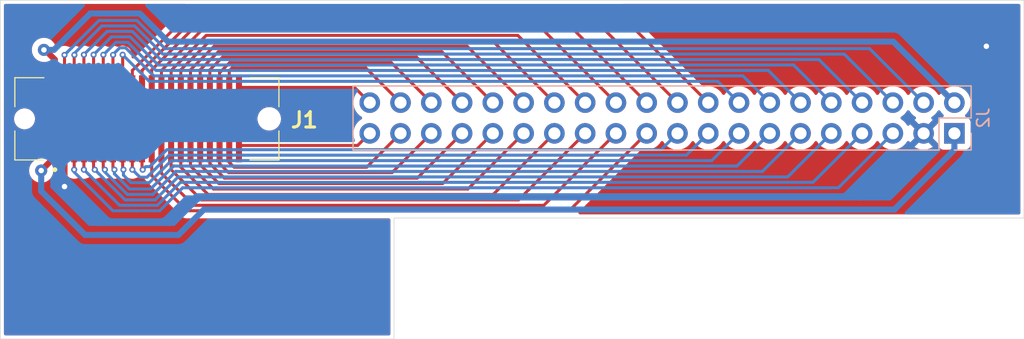
<source format=kicad_pcb>
(kicad_pcb (version 20241229) (generator "pcbnew") (generator_version "9.0")
  (layers (0 "F.Cu" signal) (2 "B.Cu" signal) (13 "F.Paste" user) (15 "B.Paste" user) (5 "F.SilkS" user "F.Silkscreen") (7 "B.SilkS" user "B.Silkscreen") (1 "F.Mask" user) (3 "B.Mask" user) (25 "Edge.Cuts" user))
  (net 0 "")
  (net 1 "Net-(J2-Pin_39)")
  (net 2 "Net-(J2-Pin_34)")
  (net 3 "Net-(J2-Pin_25)")
  (net 4 "Net-(J2-Pin_17)")
  (net 5 "Net-(J2-Pin_35)")
  (net 6 "Net-(J2-Pin_16)")
  (net 7 "Net-(J2-Pin_33)")
  (net 8 "Net-(J2-Pin_23)")
  (net 9 "Net-(J2-Pin_14)")
  (net 10 "Net-(J2-Pin_31)")
  (net 11 "Net-(J2-Pin_21)")
  (net 12 "Net-(J2-Pin_36)")
  (net 13 "Net-(J2-Pin_24)")
  (net 14 "Net-(J2-Pin_18)")
  (net 15 "/SCL")
  (net 16 "Net-(J2-Pin_22)")
  (net 17 "Net-(J2-Pin_27)")
  (net 18 "Net-(J2-Pin_28)")
  (net 19 "Net-(J2-Pin_15)")
  (net 20 "Net-(J2-Pin_29)")
  (net 21 "Net-(J2-Pin_19)")
  (net 22 "/SDA")
  (net 23 "Net-(J2-Pin_37)")
  (net 24 "Net-(J2-Pin_26)")
  (net 25 "Net-(J2-Pin_30)")
  (net 26 "Net-(J2-Pin_38)")
  (net 27 "Net-(J2-Pin_20)")
  (net 28 "Net-(J2-Pin_32)")
  (net 29 "+3V3D")
  (net 30 "GNDD")
  (net 31 "/COPI")
  (net 32 "/INT")
  (net 33 "/EN")
  (net 34 "+5VD")
  (net 35 "/SCK")
  (net 36 "/RQ3")
  (net 37 "/RQ4")
  (net 38 "/RQ2")
  (net 39 "/CIPO")
  (net 40 "/RQ1")
  (footprint "SamacSys_Parts:658801103040" (layer "F.Cu") (at 112.1 86.8)
    (property "Reference" "J1" (at 13 0.1 0) (layer "F.SilkS") (effects (font (size 1.27 1.27) (thickness 0.254))))
    (property "Value" "658801103040" (hide yes))
    (fp_line (start -10.9 -3.4) (end -10.9 -1) (stroke (width 0.1)) (layer "F.SilkS"))
    (fp_line (start -10.9 3.4) (end -10.9 1) (stroke (width 0.1)) (layer "F.SilkS"))
    (fp_line (start -8.5 -3.4) (end -10.9 -3.4) (stroke (width 0.1)) (layer "F.SilkS"))
    (fp_line (start -8.5 3.4) (end -10.9 3.4) (stroke (width 0.1)) (layer "F.SilkS"))
    (fp_line (start -7.7 4.2) (end -7.7 4.2) (stroke (width 0.2)) (layer "F.SilkS"))
    (fp_line (start -7.5 4.2) (end -7.5 4.2) (stroke (width 0.2)) (layer "F.SilkS"))
    (fp_line (start 8.5 -3.4) (end 10.9 -3.4) (stroke (width 0.1)) (layer "F.SilkS"))
    (fp_line (start 8.5 3.4) (end 10.9 3.4) (stroke (width 0.1)) (layer "F.SilkS"))
    (fp_line (start 10.9 -3.4) (end 10.9 -1) (stroke (width 0.1)) (layer "F.SilkS"))
    (fp_line (start 10.9 3.4) (end 10.9 1) (stroke (width 0.1)) (layer "F.SilkS"))
    (fp_arc (start -7.7 4.2) (mid -7.6 4.1) (end -7.5 4.2) (stroke (width 0.2)) (layer "F.SilkS"))
    (fp_arc (start -7.5 4.2) (mid -7.6 4.3) (end -7.7 4.2) (stroke (width 0.2)) (layer "F.SilkS"))
    (pad "" np_thru_hole circle (at -10.1 0) (size 1.23 1.23) (drill 1.23) (layers "*.Cu" "*.Mask"))
    (pad "" np_thru_hole circle (at 10.1 0) (size 1.4422 1.4422) (drill 1.4422) (layers "*.Cu" "*.Mask"))
    (pad "1" smd rect (at -7.6 2.4) (size 0.5 2.4) (layers "F.Cu" "F.Mask" "F.Paste") (net 34 "+5VD"))
    (pad "2" smd rect (at -7.6 -2.4) (size 0.5 2.4) (layers "F.Cu" "F.Mask" "F.Paste") (net 29 "+3V3D"))
    (pad "3" smd rect (at -6.8 2.4) (size 0.5 2.4) (layers "F.Cu" "F.Mask" "F.Paste") (net 30 "GNDD"))
    (pad "4" smd rect (at -6.8 -2.4) (size 0.5 2.4) (layers "F.Cu" "F.Mask" "F.Paste") (net 31 "/COPI"))
    (pad "5" smd rect (at -6 2.4) (size 0.5 2.4) (layers "F.Cu" "F.Mask" "F.Paste") (net 39 "/CIPO"))
    (pad "6" smd rect (at -6 -2.4) (size 0.5 2.4) (layers "F.Cu" "F.Mask" "F.Paste") (net 35 "/SCK"))
    (pad "7" smd rect (at -5.2 2.4) (size 0.5 2.4) (layers "F.Cu" "F.Mask" "F.Paste") (net 32 "/INT"))
    (pad "8" smd rect (at -5.2 -2.4) (size 0.5 2.4) (layers "F.Cu" "F.Mask" "F.Paste") (net 22 "/SDA"))
    (pad "9" smd rect (at -4.4 2.4) (size 0.5 2.4) (layers "F.Cu" "F.Mask" "F.Paste") (net 15 "/SCL"))
    (pad "10" smd rect (at -4.4 -2.4) (size 0.5 2.4) (layers "F.Cu" "F.Mask" "F.Paste") (net 40 "/RQ1"))
    (pad "11" smd rect (at -3.6 2.4) (size 0.5 2.4) (layers "F.Cu" "F.Mask" "F.Paste") (net 36 "/RQ3"))
    (pad "12" smd rect (at -3.6 -2.4) (size 0.5 2.4) (layers "F.Cu" "F.Mask" "F.Paste") (net 38 "/RQ2"))
    (pad "13" smd rect (at -2.8 2.4) (size 0.5 2.4) (layers "F.Cu" "F.Mask" "F.Paste") (net 37 "/RQ4"))
    (pad "14" smd rect (at -2.8 -2.4) (size 0.5 2.4) (layers "F.Cu" "F.Mask" "F.Paste") (net 9 "Net-(J2-Pin_14)"))
    (pad "15" smd rect (at -2 2.4) (size 0.5 2.4) (layers "F.Cu" "F.Mask" "F.Paste") (net 19 "Net-(J2-Pin_15)"))
    (pad "16" smd rect (at -2 -2.4) (size 0.5 2.4) (layers "F.Cu" "F.Mask" "F.Paste") (net 6 "Net-(J2-Pin_16)"))
    (pad "17" smd rect (at -1.2 2.4) (size 0.5 2.4) (layers "F.Cu" "F.Mask" "F.Paste") (net 4 "Net-(J2-Pin_17)"))
    (pad "18" smd rect (at -1.2 -2.4) (size 0.5 2.4) (layers "F.Cu" "F.Mask" "F.Paste") (net 14 "Net-(J2-Pin_18)"))
    (pad "19" smd rect (at -0.4 2.4) (size 0.5 2.4) (layers "F.Cu" "F.Mask" "F.Paste") (net 21 "Net-(J2-Pin_19)"))
    (pad "20" smd rect (at -0.4 -2.4) (size 0.5 2.4) (layers "F.Cu" "F.Mask" "F.Paste") (net 27 "Net-(J2-Pin_20)"))
    (pad "21" smd rect (at 0.4 2.4) (size 0.5 2.4) (layers "F.Cu" "F.Mask" "F.Paste") (net 11 "Net-(J2-Pin_21)"))
    (pad "22" smd rect (at 0.4 -2.4) (size 0.5 2.4) (layers "F.Cu" "F.Mask" "F.Paste") (net 16 "Net-(J2-Pin_22)"))
    (pad "23" smd rect (at 1.2 2.4) (size 0.5 2.4) (layers "F.Cu" "F.Mask" "F.Paste") (net 8 "Net-(J2-Pin_23)"))
    (pad "24" smd rect (at 1.2 -2.4) (size 0.5 2.4) (layers "F.Cu" "F.Mask" "F.Paste") (net 13 "Net-(J2-Pin_24)"))
    (pad "25" smd rect (at 2 2.4) (size 0.5 2.4) (layers "F.Cu" "F.Mask" "F.Paste") (net 3 "Net-(J2-Pin_25)"))
    (pad "26" smd rect (at 2 -2.4) (size 0.5 2.4) (layers "F.Cu" "F.Mask" "F.Paste") (net 24 "Net-(J2-Pin_26)"))
    (pad "27" smd rect (at 2.8 2.4) (size 0.5 2.4) (layers "F.Cu" "F.Mask" "F.Paste") (net 17 "Net-(J2-Pin_27)"))
    (pad "28" smd rect (at 2.8 -2.4) (size 0.5 2.4) (layers "F.Cu" "F.Mask" "F.Paste") (net 18 "Net-(J2-Pin_28)"))
    (pad "29" smd rect (at 3.6 2.4) (size 0.5 2.4) (layers "F.Cu" "F.Mask" "F.Paste") (net 20 "Net-(J2-Pin_29)"))
    (pad "30" smd rect (at 3.6 -2.4) (size 0.5 2.4) (layers "F.Cu" "F.Mask" "F.Paste") (net 25 "Net-(J2-Pin_30)"))
    (pad "31" smd rect (at 4.4 2.4) (size 0.5 2.4) (layers "F.Cu" "F.Mask" "F.Paste") (net 10 "Net-(J2-Pin_31)"))
    (pad "32" smd rect (at 4.4 -2.4) (size 0.5 2.4) (layers "F.Cu" "F.Mask" "F.Paste") (net 28 "Net-(J2-Pin_32)"))
    (pad "33" smd rect (at 5.2 2.4) (size 0.5 2.4) (layers "F.Cu" "F.Mask" "F.Paste") (net 7 "Net-(J2-Pin_33)"))
    (pad "34" smd rect (at 5.2 -2.4) (size 0.5 2.4) (layers "F.Cu" "F.Mask" "F.Paste") (net 2 "Net-(J2-Pin_34)"))
    (pad "35" smd rect (at 6 2.4) (size 0.5 2.4) (layers "F.Cu" "F.Mask" "F.Paste") (net 5 "Net-(J2-Pin_35)"))
    (pad "36" smd rect (at 6 -2.4) (size 0.5 2.4) (layers "F.Cu" "F.Mask" "F.Paste") (net 12 "Net-(J2-Pin_36)"))
    (pad "37" smd rect (at 6.8 2.4) (size 0.5 2.4) (layers "F.Cu" "F.Mask" "F.Paste") (net 23 "Net-(J2-Pin_37)"))
    (pad "38" smd rect (at 6.8 -2.4) (size 0.5 2.4) (layers "F.Cu" "F.Mask" "F.Paste") (net 26 "Net-(J2-Pin_38)"))
    (pad "39" smd rect (at 7.6 2.4) (size 0.5 2.4) (layers "F.Cu" "F.Mask" "F.Paste") (net 1 "Net-(J2-Pin_39)"))
    (pad "40" smd rect (at 7.6 -2.4) (size 0.5 2.4) (layers "F.Cu" "F.Mask" "F.Paste") (net 33 "/EN"))
  )
  (footprint "Connector_PinHeader_2.54mm:PinHeader_2x20_P2.54mm_Vertical" (layer "B.Cu") (at 178.76 88 90)
    (property "Reference" "J2" (at 1.27 2.38 90) (layer "B.SilkS") (effects (justify mirror)))
    (property "Value" "Conn_02x20_Odd_Even")
    (fp_line (start -1.38 -49.64) (end 3.92 -49.64) (stroke (width 0.12)) (layer "B.SilkS"))
    (fp_line (start 1.27 -1.27) (end 1.27 1.38) (stroke (width 0.12)) (layer "B.SilkS"))
    (fp_line (start -1.38 -1.27) (end -1.38 -49.64) (stroke (width 0.12)) (layer "B.SilkS"))
    (fp_line (start -1.38 -1.27) (end 1.27 -1.27) (stroke (width 0.12)) (layer "B.SilkS"))
    (fp_line (start -1.38 0) (end -1.38 1.38) (stroke (width 0.12)) (layer "B.SilkS"))
    (fp_line (start 3.92 1.38) (end 3.92 -49.64) (stroke (width 0.12)) (layer "B.SilkS"))
    (fp_line (start 1.27 1.38) (end 3.92 1.38) (stroke (width 0.12)) (layer "B.SilkS"))
    (fp_line (start -1.38 1.38) (end 0 1.38) (stroke (width 0.12)) (layer "B.SilkS"))
    (pad "1" thru_hole rect (at 0 0 90) (size 1.7 1.7) (drill 1) (layers "*.Cu" "*.Mask") (net 34 "+5VD"))
    (pad "2" thru_hole circle (at 2.54 0 90) (size 1.7 1.7) (drill 1) (layers "*.Cu" "*.Mask") (net 29 "+3V3D"))
    (pad "3" thru_hole circle (at 0 -2.54 90) (size 1.7 1.7) (drill 1) (layers "*.Cu" "*.Mask") (net 30 "GNDD"))
    (pad "4" thru_hole circle (at 2.54 -2.54 90) (size 1.7 1.7) (drill 1) (layers "*.Cu" "*.Mask") (net 31 "/COPI"))
    (pad "5" thru_hole circle (at 0 -5.08 90) (size 1.7 1.7) (drill 1) (layers "*.Cu" "*.Mask") (net 39 "/CIPO"))
    (pad "6" thru_hole circle (at 2.54 -5.08 90) (size 1.7 1.7) (drill 1) (layers "*.Cu" "*.Mask") (net 35 "/SCK"))
    (pad "7" thru_hole circle (at 0 -7.62 90) (size 1.7 1.7) (drill 1) (layers "*.Cu" "*.Mask") (net 32 "/INT"))
    (pad "8" thru_hole circle (at 2.54 -7.62 90) (size 1.7 1.7) (drill 1) (layers "*.Cu" "*.Mask") (net 22 "/SDA"))
    (pad "9" thru_hole circle (at 0 -10.16 90) (size 1.7 1.7) (drill 1) (layers "*.Cu" "*.Mask") (net 15 "/SCL"))
    (pad "10" thru_hole circle (at 2.54 -10.16 90) (size 1.7 1.7) (drill 1) (layers "*.Cu" "*.Mask") (net 40 "/RQ1"))
    (pad "11" thru_hole circle (at 0 -12.7 90) (size 1.7 1.7) (drill 1) (layers "*.Cu" "*.Mask") (net 36 "/RQ3"))
    (pad "12" thru_hole circle (at 2.54 -12.7 90) (size 1.7 1.7) (drill 1) (layers "*.Cu" "*.Mask") (net 38 "/RQ2"))
    (pad "13" thru_hole circle (at 0 -15.24 90) (size 1.7 1.7) (drill 1) (layers "*.Cu" "*.Mask") (net 37 "/RQ4"))
    (pad "14" thru_hole circle (at 2.54 -15.24 90) (size 1.7 1.7) (drill 1) (layers "*.Cu" "*.Mask") (net 9 "Net-(J2-Pin_14)"))
    (pad "15" thru_hole circle (at 0 -17.78 90) (size 1.7 1.7) (drill 1) (layers "*.Cu" "*.Mask") (net 19 "Net-(J2-Pin_15)"))
    (pad "16" thru_hole circle (at 2.54 -17.78 90) (size 1.7 1.7) (drill 1) (layers "*.Cu" "*.Mask") (net 6 "Net-(J2-Pin_16)"))
    (pad "17" thru_hole circle (at 0 -20.32 90) (size 1.7 1.7) (drill 1) (layers "*.Cu" "*.Mask") (net 4 "Net-(J2-Pin_17)"))
    (pad "18" thru_hole circle (at 2.54 -20.32 90) (size 1.7 1.7) (drill 1) (layers "*.Cu" "*.Mask") (net 14 "Net-(J2-Pin_18)"))
    (pad "19" thru_hole circle (at 0 -22.86 90) (size 1.7 1.7) (drill 1) (layers "*.Cu" "*.Mask") (net 21 "Net-(J2-Pin_19)"))
    (pad "20" thru_hole circle (at 2.54 -22.86 90) (size 1.7 1.7) (drill 1) (layers "*.Cu" "*.Mask") (net 27 "Net-(J2-Pin_20)"))
    (pad "21" thru_hole circle (at 0 -25.4 90) (size 1.7 1.7) (drill 1) (layers "*.Cu" "*.Mask") (net 11 "Net-(J2-Pin_21)"))
    (pad "22" thru_hole circle (at 2.54 -25.4 90) (size 1.7 1.7) (drill 1) (layers "*.Cu" "*.Mask") (net 16 "Net-(J2-Pin_22)"))
    (pad "23" thru_hole circle (at 0 -27.94 90) (size 1.7 1.7) (drill 1) (layers "*.Cu" "*.Mask") (net 8 "Net-(J2-Pin_23)"))
    (pad "24" thru_hole circle (at 2.54 -27.94 90) (size 1.7 1.7) (drill 1) (layers "*.Cu" "*.Mask") (net 13 "Net-(J2-Pin_24)"))
    (pad "25" thru_hole circle (at 0 -30.48 90) (size 1.7 1.7) (drill 1) (layers "*.Cu" "*.Mask") (net 3 "Net-(J2-Pin_25)"))
    (pad "26" thru_hole circle (at 2.54 -30.48 90) (size 1.7 1.7) (drill 1) (layers "*.Cu" "*.Mask") (net 24 "Net-(J2-Pin_26)"))
    (pad "27" thru_hole circle (at 0 -33.02 90) (size 1.7 1.7) (drill 1) (layers "*.Cu" "*.Mask") (net 17 "Net-(J2-Pin_27)"))
    (pad "28" thru_hole circle (at 2.54 -33.02 90) (size 1.7 1.7) (drill 1) (layers "*.Cu" "*.Mask") (net 18 "Net-(J2-Pin_28)"))
    (pad "29" thru_hole circle (at 0 -35.56 90) (size 1.7 1.7) (drill 1) (layers "*.Cu" "*.Mask") (net 20 "Net-(J2-Pin_29)"))
    (pad "30" thru_hole circle (at 2.54 -35.56 90) (size 1.7 1.7) (drill 1) (layers "*.Cu" "*.Mask") (net 25 "Net-(J2-Pin_30)"))
    (pad "31" thru_hole circle (at 0 -38.1 90) (size 1.7 1.7) (drill 1) (layers "*.Cu" "*.Mask") (net 10 "Net-(J2-Pin_31)"))
    (pad "32" thru_hole circle (at 2.54 -38.1 90) (size 1.7 1.7) (drill 1) (layers "*.Cu" "*.Mask") (net 28 "Net-(J2-Pin_32)"))
    (pad "33" thru_hole circle (at 0 -40.64 90) (size 1.7 1.7) (drill 1) (layers "*.Cu" "*.Mask") (net 7 "Net-(J2-Pin_33)"))
    (pad "34" thru_hole circle (at 2.54 -40.64 90) (size 1.7 1.7) (drill 1) (layers "*.Cu" "*.Mask") (net 2 "Net-(J2-Pin_34)"))
    (pad "35" thru_hole circle (at 0 -43.18 90) (size 1.7 1.7) (drill 1) (layers "*.Cu" "*.Mask") (net 5 "Net-(J2-Pin_35)"))
    (pad "36" thru_hole circle (at 2.54 -43.18 90) (size 1.7 1.7) (drill 1) (layers "*.Cu" "*.Mask") (net 12 "Net-(J2-Pin_36)"))
    (pad "37" thru_hole circle (at 0 -45.72 90) (size 1.7 1.7) (drill 1) (layers "*.Cu" "*.Mask") (net 23 "Net-(J2-Pin_37)"))
    (pad "38" thru_hole circle (at 2.54 -45.72 90) (size 1.7 1.7) (drill 1) (layers "*.Cu" "*.Mask") (net 26 "Net-(J2-Pin_38)"))
    (pad "39" thru_hole circle (at 0 -48.26 90) (size 1.7 1.7) (drill 1) (layers "*.Cu" "*.Mask") (net 1 "Net-(J2-Pin_39)"))
    (pad "40" thru_hole circle (at 2.54 -48.26 90) (size 1.7 1.7) (drill 1) (layers "*.Cu" "*.Mask") (net 33 "/EN"))
  )
  (gr_poly (pts (xy 100 77) (xy 100 105) (xy 132.5 105) (xy 132.5 95) (xy 184.5 95) (xy 184.5 77)) (stroke (width 0.05)) (fill no) (layer "Edge.Cuts"))
  (segment (start 129.5 89) (end 119.7 89) (width 0.25) (layer "F.Cu") (net 1))
  (segment (start 130.5 88) (end 129.5 89) (width 0.25) (layer "F.Cu") (net 1))
  (segment (start 134.36 81.7) (end 118.35 81.7) (width 0.25) (layer "F.Cu") (net 2))
  (segment (start 117.3 82.75) (end 117.3 84.2) (width 0.25) (layer "F.Cu") (net 2))
  (segment (start 118.35 81.7) (end 117.3 82.75) (width 0.25) (layer "F.Cu") (net 2))
  (segment (start 138.12 85.46) (end 134.36 81.7) (width 0.25) (layer "F.Cu") (net 2))
  (segment (start 142.779 93.501) (end 116.601 93.501) (width 0.25) (layer "F.Cu") (net 3))
  (segment (start 148.28 88) (end 142.779 93.501) (width 0.25) (layer "F.Cu") (net 3))
  (segment (start 116.601 93.501) (end 114.1 91) (width 0.25) (layer "F.Cu") (net 3))
  (segment (start 114.1 91) (end 114.1 89) (width 0.25) (layer "F.Cu") (net 3))
  (segment (start 110.9 89) (end 110.9 91) (width 0.25) (layer "F.Cu") (net 4))
  (via (at 110.9 91) (size 0.5) (drill 0.25) (layers "F.Cu" "B.Cu") (net 4))
  (segment (start 111.588172 91.625001) (end 111.525001 91.625001) (width 0.25) (layer "B.Cu") (net 4))
  (segment (start 111.589172 91.624) (end 111.588172 91.625001) (width 0.25) (layer "B.Cu") (net 4))
  (segment (start 113.934396 89.802) (end 113.93298 89.802) (width 0.25) (layer "B.Cu") (net 4))
  (segment (start 111.525001 91.625001) (end 110.9 91) (width 0.25) (layer "B.Cu") (net 4))
  (segment (start 156.639 89.801) (end 113.935396 89.801) (width 0.25) (layer "B.Cu") (net 4))
  (segment (start 113.93298 89.802) (end 112.110978 91.624001) (width 0.25) (layer "B.Cu") (net 4))
  (segment (start 112.110978 91.624001) (end 111.589172 91.624) (width 0.25) (layer "B.Cu") (net 4))
  (segment (start 113.935396 89.801) (end 113.934396 89.802) (width 0.25) (layer "B.Cu") (net 4))
  (segment (start 158.44 88) (end 156.639 89.801) (width 0.25) (layer "B.Cu") (net 4))
  (segment (start 132.329 91.251) (end 118.851 91.251) (width 0.25) (layer "F.Cu") (net 5))
  (segment (start 135.58 88) (end 132.329 91.251) (width 0.25) (layer "F.Cu") (net 5))
  (segment (start 118.851 91.251) (end 118.1 90.5) (width 0.25) (layer "F.Cu") (net 5))
  (segment (start 118.1 90.5) (end 118.1 89) (width 0.25) (layer "F.Cu") (net 5))
  (segment (start 110.1 81.5) (end 110.1 84.2) (width 0.25) (layer "F.Cu") (net 6))
  (via (at 110.1 81.5) (size 0.5) (drill 0.25) (layers "F.Cu" "B.Cu") (net 6))
  (segment (start 159.22 83.7) (end 112.3 83.7) (width 0.25) (layer "B.Cu") (net 6))
  (segment (start 160.98 85.46) (end 159.22 83.7) (width 0.25) (layer "B.Cu") (net 6))
  (segment (start 112.3 83.7) (end 110.1 81.5) (width 0.25) (layer "B.Cu") (net 6))
  (segment (start 118.501 91.701) (end 117.3 90.5) (width 0.25) (layer "F.Cu") (net 7))
  (segment (start 138.12 88) (end 134.419 91.701) (width 0.25) (layer "F.Cu") (net 7))
  (segment (start 134.419 91.701) (end 118.501 91.701) (width 0.25) (layer "F.Cu") (net 7))
  (segment (start 117.3 90.5) (end 117.3 89) (width 0.25) (layer "F.Cu") (net 7))
  (segment (start 115.951 93.951) (end 113.3 91.3) (width 0.25) (layer "F.Cu") (net 8))
  (segment (start 150.82 88) (end 144.869 93.951) (width 0.25) (layer "F.Cu") (net 8))
  (segment (start 113.3 91.3) (end 113.3 89) (width 0.25) (layer "F.Cu") (net 8))
  (segment (start 144.869 93.951) (end 115.951 93.951) (width 0.25) (layer "F.Cu") (net 8))
  (segment (start 109.3 81.526348) (end 109.3 84.2) (width 0.25) (layer "F.Cu") (net 9))
  (segment (start 109.313174 81.513174) (end 109.3 81.526348) (width 0.25) (layer "F.Cu") (net 9))
  (via (at 109.313174 81.513174) (size 0.5) (drill 0.25) (layers "F.Cu" "B.Cu") (net 9))
  (segment (start 112.663588 83.249) (end 161.309 83.249) (width 0.25) (layer "B.Cu") (net 9))
  (segment (start 109.313174 81.472238) (end 109.861412 80.924) (width 0.25) (layer "B.Cu") (net 9))
  (segment (start 161.309 83.249) (end 163.52 85.46) (width 0.25) (layer "B.Cu") (net 9))
  (segment (start 109.861412 80.924) (end 110.338588 80.924) (width 0.25) (layer "B.Cu") (net 9))
  (segment (start 109.313174 81.513174) (end 109.313174 81.472238) (width 0.25) (layer "B.Cu") (net 9))
  (segment (start 110.338588 80.924) (end 112.663588 83.249) (width 0.25) (layer "B.Cu") (net 9))
  (segment (start 118.051 92.151) (end 116.5 90.6) (width 0.25) (layer "F.Cu") (net 10))
  (segment (start 136.509 92.151) (end 118.051 92.151) (width 0.25) (layer "F.Cu") (net 10))
  (segment (start 116.5 90.6) (end 116.5 89) (width 0.25) (layer "F.Cu") (net 10))
  (segment (start 140.66 88) (end 136.509 92.151) (width 0.25) (layer "F.Cu") (net 10))
  (segment (start 115.401 94.401) (end 112.5 91.5) (width 0.25) (layer "F.Cu") (net 11))
  (segment (start 146.959 94.401) (end 115.401 94.401) (width 0.25) (layer "F.Cu") (net 11))
  (segment (start 153.36 88) (end 146.959 94.401) (width 0.25) (layer "F.Cu") (net 11))
  (segment (start 112.5 91.5) (end 112.5 89) (width 0.25) (layer "F.Cu") (net 11))
  (segment (start 118.1 82.987604) (end 118.1 84.2) (width 0.25) (layer "F.Cu") (net 12))
  (segment (start 132.27 82.15) (end 118.937604 82.15) (width 0.25) (layer "F.Cu") (net 12))
  (segment (start 135.58 85.46) (end 132.27 82.15) (width 0.25) (layer "F.Cu") (net 12))
  (segment (start 118.937604 82.15) (end 118.1 82.987604) (width 0.25) (layer "F.Cu") (net 12))
  (segment (start 116.65 79.45) (end 113.3 82.8) (width 0.25) (layer "F.Cu") (net 13))
  (segment (start 113.3 82.8) (end 113.3 84.2) (width 0.25) (layer "F.Cu") (net 13))
  (segment (start 150.82 85.46) (end 144.81 79.45) (width 0.25) (layer "F.Cu") (net 13))
  (segment (start 144.81 79.45) (end 116.65 79.45) (width 0.25) (layer "F.Cu") (net 13))
  (segment (start 115.6 78.1) (end 110.9 82.8) (width 0.25) (layer "F.Cu") (net 14))
  (segment (start 110.9 82.8) (end 110.9 84.2) (width 0.25) (layer "F.Cu") (net 14))
  (segment (start 151.08 78.1) (end 115.6 78.1) (width 0.25) (layer "F.Cu") (net 14))
  (segment (start 158.44 85.46) (end 151.08 78.1) (width 0.25) (layer "F.Cu") (net 14))
  (segment (start 107.7 90.9) (end 107.8 91) (width 0.25) (layer "F.Cu") (net 15))
  (segment (start 107.7 89) (end 107.7 90.9) (width 0.25) (layer "F.Cu") (net 15))
  (via (at 107.8 91) (size 0.5) (drill 0.25) (layers "F.Cu" "B.Cu") (net 15))
  (segment (start 168.6 88) (end 164.999 91.601) (width 0.25) (layer "B.Cu") (net 15))
  (segment (start 110.527622 93.499002) (end 110.299 93.499) (width 0.25) (layer "B.Cu") (net 15))
  (segment (start 114.678564 91.602) (end 112.781564 93.499) (width 0.25) (layer "B.Cu") (net 15))
  (segment (start 110.527635 93.499005) (end 110.52763 93.499) (width 0.25) (layer "B.Cu") (net 15))
  (segment (start 110.299 93.499) (end 107.8 91) (width 0.25) (layer "B.Cu") (net 15))
  (segment (start 164.999 91.601) (end 114.68098 91.601) (width 0.25) (layer "B.Cu") (net 15))
  (segment (start 114.67998 91.602) (end 114.678564 91.602) (width 0.25) (layer "B.Cu") (net 15))
  (segment (start 110.900427 93.499005) (end 110.90042 93.499005) (width 0.25) (layer "B.Cu") (net 15))
  (segment (start 110.90042 93.499005) (end 110.900416 93.499009) (width 0.25) (layer "B.Cu") (net 15))
  (segment (start 110.527625 93.499005) (end 110.527622 93.499002) (width 0.25) (layer "B.Cu") (net 15))
  (segment (start 110.900432 93.499) (end 110.900427 93.499005) (width 0.25) (layer "B.Cu") (net 15))
  (segment (start 112.781564 93.499) (end 110.900432 93.499) (width 0.25) (layer "B.Cu") (net 15))
  (segment (start 110.90041 93.499005) (end 110.527635 93.499005) (width 0.25) (layer "B.Cu") (net 15))
  (segment (start 110.52763 93.499) (end 110.527625 93.499005) (width 0.25) (layer "B.Cu") (net 15))
  (segment (start 110.900416 93.499009) (end 110.90041 93.499005) (width 0.25) (layer "B.Cu") (net 15))
  (segment (start 114.68098 91.601) (end 114.67998 91.602) (width 0.25) (layer "B.Cu") (net 15))
  (segment (start 112.5 82.75) (end 116.25 79) (width 0.25) (layer "F.Cu") (net 16))
  (segment (start 146.9 79) (end 153.36 85.46) (width 0.25) (layer "F.Cu") (net 16))
  (segment (start 112.5 84.2) (end 112.5 82.75) (width 0.25) (layer "F.Cu") (net 16))
  (segment (start 116.25 79) (end 146.9 79) (width 0.25) (layer "F.Cu") (net 16))
  (segment (start 145.74 88) (end 140.689 93.051) (width 0.25) (layer "F.Cu") (net 17))
  (segment (start 114.9 90.8) (end 114.9 89) (width 0.25) (layer "F.Cu") (net 17))
  (segment (start 140.689 93.051) (end 117.151 93.051) (width 0.25) (layer "F.Cu") (net 17))
  (segment (start 117.151 93.051) (end 114.9 90.8) (width 0.25) (layer "F.Cu") (net 17))
  (segment (start 145.74 85.46) (end 140.63 80.35) (width 0.25) (layer "F.Cu") (net 18))
  (segment (start 140.63 80.35) (end 117.3 80.35) (width 0.25) (layer "F.Cu") (net 18))
  (segment (start 114.9 82.75) (end 114.9 84.2) (width 0.25) (layer "F.Cu") (net 18))
  (segment (start 117.3 80.35) (end 114.9 82.75) (width 0.25) (layer "F.Cu") (net 18))
  (segment (start 110.1 89) (end 110.1 90.934304) (width 0.25) (layer "F.Cu") (net 19))
  (segment (start 110.1 90.934304) (end 110.165696 91) (width 0.25) (layer "F.Cu") (net 19))
  (via (at 110.165696 91) (size 0.5) (drill 0.25) (layers "F.Cu" "B.Cu") (net 19))
  (segment (start 112.297375 92.074001) (end 111.775568 92.074) (width 0.25) (layer "B.Cu") (net 19))
  (segment (start 114.120792 90.252) (end 114.119376 90.252) (width 0.25) (layer "B.Cu") (net 19))
  (segment (start 158.729 90.251) (end 114.121792 90.251) (width 0.25) (layer "B.Cu") (net 19))
  (segment (start 111.774568 92.075001) (end 110.784189 92.075001) (width 0.25) (layer "B.Cu") (net 19))
  (segment (start 110.784189 92.075001) (end 110.165696 91.456508) (width 0.25) (layer "B.Cu") (net 19))
  (segment (start 114.121792 90.251) (end 114.120792 90.252) (width 0.25) (layer "B.Cu") (net 19))
  (segment (start 111.775568 92.074) (end 111.774568 92.075001) (width 0.25) (layer "B.Cu") (net 19))
  (segment (start 114.119376 90.252) (end 112.297375 92.074001) (width 0.25) (layer "B.Cu") (net 19))
  (segment (start 110.165696 91.456508) (end 110.165696 91) (width 0.25) (layer "B.Cu") (net 19))
  (segment (start 158.729 90.251) (end 160.98 88) (width 0.25) (layer "B.Cu") (net 19))
  (segment (start 117.601 92.601) (end 115.7 90.7) (width 0.25) (layer "F.Cu") (net 20))
  (segment (start 138.599 92.601) (end 117.601 92.601) (width 0.25) (layer "F.Cu") (net 20))
  (segment (start 143.2 88) (end 138.599 92.601) (width 0.25) (layer "F.Cu") (net 20))
  (segment (start 115.7 90.7) (end 115.7 89) (width 0.25) (layer "F.Cu") (net 20))
  (segment (start 111.7 89) (end 111.7 90.946429) (width 0.25) (layer "F.Cu") (net 21))
  (segment (start 111.7 90.946429) (end 111.753572 91.000001) (width 0.25) (layer "F.Cu") (net 21))
  (via (at 111.753572 91.000001) (size 0.5) (drill 0.25) (layers "F.Cu" "B.Cu") (net 21))
  (segment (start 154.55 89.35) (end 113.75 89.35) (width 0.25) (layer "B.Cu") (net 21))
  (segment (start 112.003573 90.75) (end 111.753572 91.000001) (width 0.25) (layer "B.Cu") (net 21))
  (segment (start 113.749 89.351) (end 113.747586 89.351) (width 0.25) (layer "B.Cu") (net 21))
  (segment (start 155.9 88) (end 154.55 89.35) (width 0.25) (layer "B.Cu") (net 21))
  (segment (start 113.747586 89.351) (end 112.348586 90.75) (width 0.25) (layer "B.Cu") (net 21))
  (segment (start 112.348586 90.75) (end 112.003573 90.75) (width 0.25) (layer "B.Cu") (net 21))
  (segment (start 113.75 89.35) (end 113.749 89.351) (width 0.25) (layer "B.Cu") (net 21))
  (segment (start 106.9 81.5) (end 106.9 84.2) (width 0.25) (layer "F.Cu") (net 22))
  (via (at 106.9 81.5) (size 0.5) (drill 0.25) (layers "F.Cu" "B.Cu") (net 22))
  (segment (start 165.67781 81.9) (end 167.58 81.9) (width 0.25) (layer "B.Cu") (net 22))
  (segment (start 110.899018 79.571) (end 113.224018 81.896) (width 0.25) (layer "B.Cu") (net 22))
  (segment (start 113.224018 81.896) (end 165.67381 81.896) (width 0.25) (layer "B.Cu") (net 22))
  (segment (start 108.814412 79.571) (end 110.899018 79.571) (width 0.25) (layer "B.Cu") (net 22))
  (segment (start 167.58 81.9) (end 171.14 85.46) (width 0.25) (layer "B.Cu") (net 22))
  (segment (start 106.9 81.5) (end 106.9 81.485412) (width 0.25) (layer "B.Cu") (net 22))
  (segment (start 165.67381 81.896) (end 165.67781 81.9) (width 0.25) (layer "B.Cu") (net 22))
  (segment (start 106.9 81.485412) (end 108.814412 79.571) (width 0.25) (layer "B.Cu") (net 22))
  (segment (start 130.24 90.8) (end 119.3 90.8) (width 0.25) (layer "F.Cu") (net 23))
  (segment (start 119.3 90.8) (end 118.9 90.4) (width 0.25) (layer "F.Cu") (net 23))
  (segment (start 133.04 88) (end 130.24 90.8) (width 0.25) (layer "F.Cu") (net 23))
  (segment (start 118.9 90.4) (end 118.9 89) (width 0.25) (layer "F.Cu") (net 23))
  (segment (start 148.28 85.46) (end 142.72 79.9) (width 0.25) (layer "F.Cu") (net 24))
  (segment (start 117 79.9) (end 114.1 82.8) (width 0.25) (layer "F.Cu") (net 24))
  (segment (start 142.72 79.9) (end 117 79.9) (width 0.25) (layer "F.Cu") (net 24))
  (segment (start 114.1 82.8) (end 114.1 84.2) (width 0.25) (layer "F.Cu") (net 24))
  (segment (start 115.7 82.75) (end 115.7 84.2) (width 0.25) (layer "F.Cu") (net 25))
  (segment (start 143.2 85.46) (end 138.54 80.8) (width 0.25) (layer "F.Cu") (net 25))
  (segment (start 138.54 80.8) (end 117.65 80.8) (width 0.25) (layer "F.Cu") (net 25))
  (segment (start 117.65 80.8) (end 115.7 82.75) (width 0.25) (layer "F.Cu") (net 25))
  (segment (start 130.18 82.6) (end 133.04 85.46) (width 0.25) (layer "F.Cu") (net 26))
  (segment (start 118.9 84.2) (end 118.9 82.824) (width 0.25) (layer "F.Cu") (net 26))
  (segment (start 118.9 82.824) (end 119.124 82.6) (width 0.25) (layer "F.Cu") (net 26))
  (segment (start 119.124 82.6) (end 130.18 82.6) (width 0.25) (layer "F.Cu") (net 26))
  (segment (start 155.9 85.46) (end 148.99 78.55) (width 0.25) (layer "F.Cu") (net 27))
  (segment (start 148.99 78.55) (end 115.95 78.55) (width 0.25) (layer "F.Cu") (net 27))
  (segment (start 111.7 82.8) (end 111.7 84.2) (width 0.25) (layer "F.Cu") (net 27))
  (segment (start 115.95 78.55) (end 111.7 82.8) (width 0.25) (layer "F.Cu") (net 27))
  (segment (start 118 81.25) (end 116.5 82.75) (width 0.25) (layer "F.Cu") (net 28))
  (segment (start 116.5 82.75) (end 116.5 84.2) (width 0.25) (layer "F.Cu") (net 28))
  (segment (start 136.45 81.25) (end 118 81.25) (width 0.25) (layer "F.Cu") (net 28))
  (segment (start 140.66 85.46) (end 136.45 81.25) (width 0.25) (layer "F.Cu") (net 28))
  (segment (start 104.5 81.9) (end 104.5 84.2) (width 0.5) (layer "F.Cu") (net 29))
  (segment (start 103.7 81.1) (end 104.5 81.9) (width 0.5) (layer "F.Cu") (net 29))
  (segment (start 103.6 81.1) (end 103.7 81.1) (width 0.5) (layer "F.Cu") (net 29))
  (via (at 103.6 81.1) (size 1) (drill 0.45) (layers "F.Cu" "B.Cu") (net 29))
  (segment (start 113.836226 80.418) (end 111.511225 78.093) (width 0.5) (layer "B.Cu") (net 29))
  (segment (start 178.76 85.46) (end 173.718 80.418) (width 0.5) (layer "B.Cu") (net 29))
  (segment (start 104.423 81.1) (end 107.43 78.093) (width 0.5) (layer "B.Cu") (net 29))
  (segment (start 103.6 81.1) (end 104.423 81.1) (width 0.5) (layer "B.Cu") (net 29))
  (segment (start 111.511225 78.093) (end 107.43 78.093) (width 0.5) (layer "B.Cu") (net 29))
  (segment (start 173.718 80.418) (end 113.836226 80.418) (width 0.5) (layer "B.Cu") (net 29))
  (segment (start 105.3 89) (end 105.3 92.4) (width 0.5) (layer "F.Cu") (net 30))
  (via (at 105.3 92.4) (size 1) (drill 0.45) (layers "F.Cu" "B.Cu") (net 30))
  (via (at 181.4 80.8) (size 1) (drill 0.45) (layers "F.Cu" "B.Cu") (net 30))
  (segment (start 108.1 95.4) (end 105.3 92.6) (width 0.5) (layer "B.Cu") (net 30))
  (segment (start 105.3 92.6) (end 105.3 92.4) (width 0.5) (layer "B.Cu") (net 30))
  (segment (start 170.82 93.2) (end 116.2 93.2) (width 0.5) (layer "B.Cu") (net 30))
  (segment (start 116.2 93.2) (end 114 95.4) (width 0.5) (layer "B.Cu") (net 30))
  (segment (start 176.22 88) (end 170.92 93.3) (width 0.5) (layer "B.Cu") (net 30))
  (segment (start 114 95.4) (end 108.1 95.4) (width 0.5) (layer "B.Cu") (net 30))
  (segment (start 170.92 93.3) (end 170.82 93.2) (width 0.5) (layer "B.Cu") (net 30))
  (segment (start 105.3 81.51802) (end 105.3 84.2) (width 0.25) (layer "F.Cu") (net 31))
  (via (at 105.3 81.51802) (size 0.5) (drill 0.25) (layers "F.Cu" "B.Cu") (net 31))
  (segment (start 105.539597 81.277009) (end 105.877009 80.939597) (width 0.25) (layer "B.Cu") (net 31))
  (segment (start 105.878423 80.939597) (end 108.14902 78.669) (width 0.25) (layer "B.Cu") (net 31))
  (segment (start 105.877009 80.939597) (end 105.878423 80.939597) (width 0.25) (layer "B.Cu") (net 31))
  (segment (start 171.754 80.994) (end 176.22 85.46) (width 0.25) (layer "B.Cu") (net 31))
  (segment (start 111.272638 78.669) (end 113.597638 80.994) (width 0.25) (layer "B.Cu") (net 31))
  (segment (start 105.539597 81.278423) (end 105.539597 81.277009) (width 0.25) (layer "B.Cu") (net 31))
  (segment (start 105.3 81.51802) (end 105.539597 81.278423) (width 0.25) (layer "B.Cu") (net 31))
  (segment (start 108.14902 78.669) (end 111.272638 78.669) (width 0.25) (layer "B.Cu") (net 31))
  (segment (start 113.597638 80.994) (end 171.754 80.994) (width 0.25) (layer "B.Cu") (net 31))
  (segment (start 106.9 89) (end 106.9 91) (width 0.25) (layer "F.Cu") (net 32))
  (via (at 106.9 91) (size 0.5) (drill 0.25) (layers "F.Cu" "B.Cu") (net 32))
  (segment (start 110.714019 93.94901) (end 111.086794 93.94901) (width 0.25) (layer "B.Cu") (net 32))
  (segment (start 110.154826 93.949) (end 110.341223 93.949005) (width 0.25) (layer "B.Cu") (net 32))
  (segment (start 110.714014 93.949005) (end 110.714019 93.94901) (width 0.25) (layer "B.Cu") (net 32))
  (segment (start 114.86596 92.051) (end 114.867376 92.051) (width 0.25) (layer "B.Cu") (net 32))
  (segment (start 167.089 92.051) (end 114.867376 92.051) (width 0.25) (layer "B.Cu") (net 32))
  (segment (start 111.086799 93.949015) (end 111.086804 93.94901) (width 0.25) (layer "B.Cu") (net 32))
  (segment (start 110.527615 93.949005) (end 110.714011 93.94901) (width 0.25) (layer "B.Cu") (net 32))
  (segment (start 167.089 92.051) (end 171.14 88) (width 0.25) (layer "B.Cu") (net 32))
  (segment (start 112.96796 93.949) (end 114.86596 92.051) (width 0.25) (layer "B.Cu") (net 32))
  (segment (start 111.086816 93.949005) (end 111.086823 93.949005) (width 0.25) (layer "B.Cu") (net 32))
  (segment (start 111.086811 93.94901) (end 111.086816 93.949005) (width 0.25) (layer "B.Cu") (net 32))
  (segment (start 110.341226 93.949002) (end 110.341229 93.949005) (width 0.25) (layer "B.Cu") (net 32))
  (segment (start 111.086828 93.949) (end 112.96796 93.949) (width 0.25) (layer "B.Cu") (net 32))
  (segment (start 111.086804 93.94901) (end 111.086811 93.94901) (width 0.25) (layer "B.Cu") (net 32))
  (segment (start 111.086823 93.949005) (end 111.086828 93.949) (width 0.25) (layer "B.Cu") (net 32))
  (segment (start 106.9 91) (end 109.849 93.949) (width 0.25) (layer "B.Cu") (net 32))
  (segment (start 109.849 93.949) (end 110.154826 93.949) (width 0.25) (layer "B.Cu") (net 32))
  (segment (start 110.714011 93.94901) (end 110.714014 93.949005) (width 0.25) (layer "B.Cu") (net 32))
  (segment (start 110.341229 93.949005) (end 110.527615 93.949005) (width 0.25) (layer "B.Cu") (net 32))
  (segment (start 111.086794 93.94901) (end 111.086799 93.949015) (width 0.25) (layer "B.Cu") (net 32))
  (segment (start 110.341223 93.949005) (end 110.341226 93.949002) (width 0.25) (layer "B.Cu") (net 32))
  (segment (start 129.24 84.2) (end 119.7 84.2) (width 0.25) (layer "F.Cu") (net 33))
  (segment (start 130.5 85.46) (end 129.24 84.2) (width 0.25) (layer "F.Cu") (net 33))
  (segment (start 104.5 89) (end 104.5 89.95) (width 0.5) (layer "F.Cu") (net 34))
  (segment (start 104.5 89.95) (end 103.375 91.075) (width 0.5) (layer "F.Cu") (net 34))
  (via (at 103.375 91.075) (size 1) (drill 0.45) (layers "F.Cu" "B.Cu") (net 34))
  (segment (start 103.375 92.775) (end 103.375 91.075) (width 0.5) (layer "B.Cu") (net 34))
  (segment (start 178.76 88) (end 178.76 89.35) (width 0.5) (layer "B.Cu") (net 34))
  (segment (start 178.76 89.35) (end 173.81 94.3) (width 0.5) (layer "B.Cu") (net 34))
  (segment (start 114.7 96.4) (end 107 96.4) (width 0.5) (layer "B.Cu") (net 34))
  (segment (start 116.8 94.3) (end 114.7 96.4) (width 0.5) (layer "B.Cu") (net 34))
  (segment (start 173.81 94.3) (end 116.8 94.3) (width 0.5) (layer "B.Cu") (net 34))
  (segment (start 107 96.4) (end 103.375 92.775) (width 0.5) (layer "B.Cu") (net 34))
  (segment (start 106.1 81.531194) (end 106.1 84.2) (width 0.25) (layer "F.Cu") (net 35))
  (via (at 106.115597 81.515597) (size 0.5) (drill 0.25) (layers "F.Cu" "B.Cu") (net 35))
  (segment (start 165.86462 81.449) (end 169.669 81.449) (width 0.25) (layer "B.Cu") (net 35))
  (segment (start 106.115597 81.515597) (end 106.115597 81.384403) (width 0.25) (layer "B.Cu") (net 35))
  (segment (start 108.625602 79.122) (end 108.627602 79.12) (width 0.25) (layer "B.Cu") (net 35))
  (segment (start 169.669 81.449) (end 173.68 85.46) (width 0.25) (layer "B.Cu") (net 35))
  (segment (start 108.627602 79.12) (end 111.085828 79.12) (width 0.25) (layer "B.Cu") (net 35))
  (segment (start 111.085828 79.12) (end 113.410828 81.445) (width 0.25) (layer "B.Cu") (net 35))
  (segment (start 113.410828 81.445) (end 165.86062 81.445) (width 0.25) (layer "B.Cu") (net 35))
  (segment (start 106.115597 81.384403) (end 108.378 79.122) (width 0.25) (layer "B.Cu") (net 35))
  (segment (start 165.86062 81.445) (end 165.86462 81.449) (width 0.25) (layer "B.Cu") (net 35))
  (segment (start 108.378 79.122) (end 108.625602 79.122) (width 0.25) (layer "B.Cu") (net 35))
  (segment (start 108.5 90.868905) (end 108.631095 91) (width 0.25) (layer "F.Cu") (net 36))
  (segment (start 108.5 89) (end 108.5 90.868905) (width 0.25) (layer "F.Cu") (net 36))
  (via (at 108.631095 91) (size 0.5) (drill 0.25) (layers "F.Cu" "B.Cu") (net 36))
  (segment (start 110.485396 93.049) (end 108.631095 91.194699) (width 0.25) (layer "B.Cu") (net 36))
  (segment (start 162.909 91.151) (end 114.494584 91.151) (width 0.25) (layer "B.Cu") (net 36))
  (segment (start 114.493584 91.152) (end 114.492168 91.152) (width 0.25) (layer "B.Cu") (net 36))
  (segment (start 114.494584 91.151) (end 114.493584 91.152) (width 0.25) (layer "B.Cu") (net 36))
  (segment (start 166.06 88) (end 162.909 91.151) (width 0.25) (layer "B.Cu") (net 36))
  (segment (start 112.595168 93.049) (end 110.485396 93.049) (width 0.25) (layer "B.Cu") (net 36))
  (segment (start 108.631095 91.194699) (end 108.631095 91) (width 0.25) (layer "B.Cu") (net 36))
  (segment (start 114.492168 91.152) (end 112.595168 93.049) (width 0.25) (layer "B.Cu") (net 36))
  (segment (start 109.3 89) (end 109.3 90.879928) (width 0.25) (layer "F.Cu") (net 37))
  (segment (start 109.3 90.879928) (end 109.420072 91) (width 0.25) (layer "F.Cu") (net 37))
  (via (at 109.420072 91) (size 0.5) (drill 0.25) (layers "F.Cu" "B.Cu") (net 37))
  (segment (start 112.408772 92.599) (end 110.671792 92.599) (width 0.25) (layer "B.Cu") (net 37))
  (segment (start 114.307188 90.702) (end 114.305772 90.702) (width 0.25) (layer "B.Cu") (net 37))
  (segment (start 109.420072 91.34728) (end 109.420072 91) (width 0.25) (layer "B.Cu") (net 37))
  (segment (start 160.819 90.701) (end 114.308188 90.701) (width 0.25) (layer "B.Cu") (net 37))
  (segment (start 163.52 88) (end 160.819 90.701) (width 0.25) (layer "B.Cu") (net 37))
  (segment (start 114.308188 90.701) (end 114.307188 90.702) (width 0.25) (layer "B.Cu") (net 37))
  (segment (start 110.671792 92.599) (end 109.420072 91.34728) (width 0.25) (layer "B.Cu") (net 37))
  (segment (start 114.305772 90.702) (end 112.408772 92.599) (width 0.25) (layer "B.Cu") (net 37))
  (segment (start 108.506587 81.506587) (end 108.5 81.513174) (width 0.25) (layer "F.Cu") (net 38))
  (segment (start 108.5 81.513174) (end 108.5 84.2) (width 0.25) (layer "F.Cu") (net 38))
  (via (at 108.506587 81.506587) (size 0.5) (drill 0.25) (layers "F.Cu" "B.Cu") (net 38))
  (segment (start 109.53876 80.473) (end 110.525398 80.473) (width 0.25) (layer "B.Cu") (net 38))
  (segment (start 108.737174 81.276) (end 108.737174 81.274586) (width 0.25) (layer "B.Cu") (net 38))
  (segment (start 110.525398 80.473) (end 112.850398 82.798) (width 0.25) (layer "B.Cu") (net 38))
  (segment (start 108.506587 81.506587) (end 108.737174 81.276) (width 0.25) (layer "B.Cu") (net 38))
  (segment (start 108.737174 81.274586) (end 109.53876 80.473) (width 0.25) (layer "B.Cu") (net 38))
  (segment (start 112.850398 82.798) (end 163.398 82.798) (width 0.25) (layer "B.Cu") (net 38))
  (segment (start 163.398 82.798) (end 166.06 85.46) (width 0.25) (layer "B.Cu") (net 38))
  (segment (start 106.1 89) (end 106.1 91) (width 0.25) (layer "F.Cu") (net 39))
  (via (at 106.1 91) (size 0.5) (drill 0.25) (layers "F.Cu" "B.Cu") (net 39))
  (segment (start 111.273207 94.39901) (end 111.2732 94.39901) (width 0.25) (layer "B.Cu") (net 39))
  (segment (start 106.1 91.2) (end 106.1 91) (width 0.25) (layer "B.Cu") (net 39))
  (segment (start 113.154356 94.399) (end 111.273224 94.399) (width 0.25) (layer "B.Cu") (net 39))
  (segment (start 111.086787 94.399015) (end 110.900403 94.399015) (width 0.25) (layer "B.Cu") (net 39))
  (segment (start 110.713999 94.39901) (end 109.90099 94.39901) (width 0.25) (layer "B.Cu") (net 39))
  (segment (start 111.273183 94.39902) (end 111.086787 94.399015) (width 0.25) (layer "B.Cu") (net 39))
  (segment (start 110.900398 94.39901) (end 110.900395 94.399015) (width 0.25) (layer "B.Cu") (net 39))
  (segment (start 111.2732 94.39901) (end 111.273195 94.399015) (width 0.25) (layer "B.Cu") (net 39))
  (segment (start 109.3 94.4) (end 106.1 91.2) (width 0.25) (layer "B.Cu") (net 39))
  (segment (start 111.273188 94.399015) (end 111.273183 94.39902) (width 0.25) (layer "B.Cu") (net 39))
  (segment (start 110.900403 94.399015) (end 110.900398 94.39901) (width 0.25) (layer "B.Cu") (net 39))
  (segment (start 115.051356 92.502) (end 113.154356 94.399) (width 0.25) (layer "B.Cu") (net 39))
  (segment (start 173.68 88) (end 169.178 92.502) (width 0.25) (layer "B.Cu") (net 39))
  (segment (start 111.273219 94.399005) (end 111.273212 94.399005) (width 0.25) (layer "B.Cu") (net 39))
  (segment (start 110.900395 94.399015) (end 110.713999 94.39901) (width 0.25) (layer "B.Cu") (net 39))
  (segment (start 109.9 94.4) (end 109.3 94.4) (width 0.25) (layer "B.Cu") (net 39))
  (segment (start 109.90099 94.39901) (end 109.9 94.4) (width 0.25) (layer "B.Cu") (net 39))
  (segment (start 111.273224 94.399) (end 111.273219 94.399005) (width 0.25) (layer "B.Cu") (net 39))
  (segment (start 169.178 92.502) (end 115.051356 92.502) (width 0.25) (layer "B.Cu") (net 39))
  (segment (start 111.273195 94.399015) (end 111.273188 94.399015) (width 0.25) (layer "B.Cu") (net 39))
  (segment (start 111.273212 94.399005) (end 111.273207 94.39901) (width 0.25) (layer "B.Cu") (net 39))
  (segment (start 107.7 81.5) (end 107.7 84.2) (width 0.25) (layer "F.Cu") (net 40))
  (via (at 107.7 81.5) (size 0.5) (drill 0.25) (layers "F.Cu" "B.Cu") (net 40))
  (segment (start 108.267999 80.930587) (end 107.930587 81.267999) (width 0.25) (layer "B.Cu") (net 40))
  (segment (start 109.178 80.022) (end 108.269413 80.930587) (width 0.25) (layer "B.Cu") (net 40))
  (segment (start 110.712208 80.022) (end 109.178 80.022) (width 0.25) (layer "B.Cu") (net 40))
  (segment (start 168.6 85.46) (end 165.487 82.347) (width 0.25) (layer "B.Cu") (net 40))
  (segment (start 108.269413 80.930587) (end 108.267999 80.930587) (width 0.25) (layer "B.Cu") (net 40))
  (segment (start 113.037208 82.347) (end 110.712208 80.022) (width 0.25) (layer "B.Cu") (net 40))
  (segment (start 107.930587 81.267999) (end 107.930587 81.269413) (width 0.25) (layer "B.Cu") (net 40))
  (segment (start 165.487 82.347) (end 113.037208 82.347) (width 0.25) (layer "B.Cu") (net 40))
  (segment (start 107.930587 81.269413) (end 107.7 81.5) (width 0.25) (layer "B.Cu") (net 40))
  (zone (net 30) (net_name "GNDD") (layers "F.Cu" "B.Cu") (connect_pads (clearance 0.5)) (min_thickness 0.25) (fill yes (thermal_gap 0.5) (thermal_bridge_width 0.5))
    (polygon (pts (xy 100 77) (xy 100 105) (xy 132.5 105) (xy 132.5 95) (xy 184.5 95) (xy 184.5 77)))
  )
)
</source>
